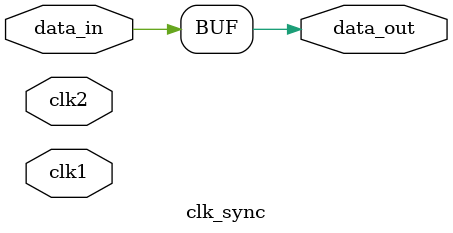
<source format=sv>

module clk_sync
#(
	parameter BYPASS_SYNCHRONIZER = 1,
	parameter DATA_W = 1
)
(
	//CLK
	input wire clk1,
	input wire clk2,

	//Data
	input wire [DATA_W - 1 : 0] data_in,
	output wire [DATA_W - 1 : 0] data_out
);

reg [DATA_W - 1 : 0] ff1, ff2, ff3;

// Assignments
generate
	if (BYPASS_SYNCHRONIZER == 1) begin: bypass_sync
		assign data_out = data_in;
	end // end
	else begin: no_bypass_sync
		assign data_out = ff3;

		// 1 FF for the input clock
		always @(posedge clk1) begin
			ff1 <= data_in;
		end

		// 2 FFs for the output clock
		always @(posedge clk2) begin
			ff2 <= ff1;
			ff3 <= ff2;
		end
	end
endgenerate
endmodule
</source>
